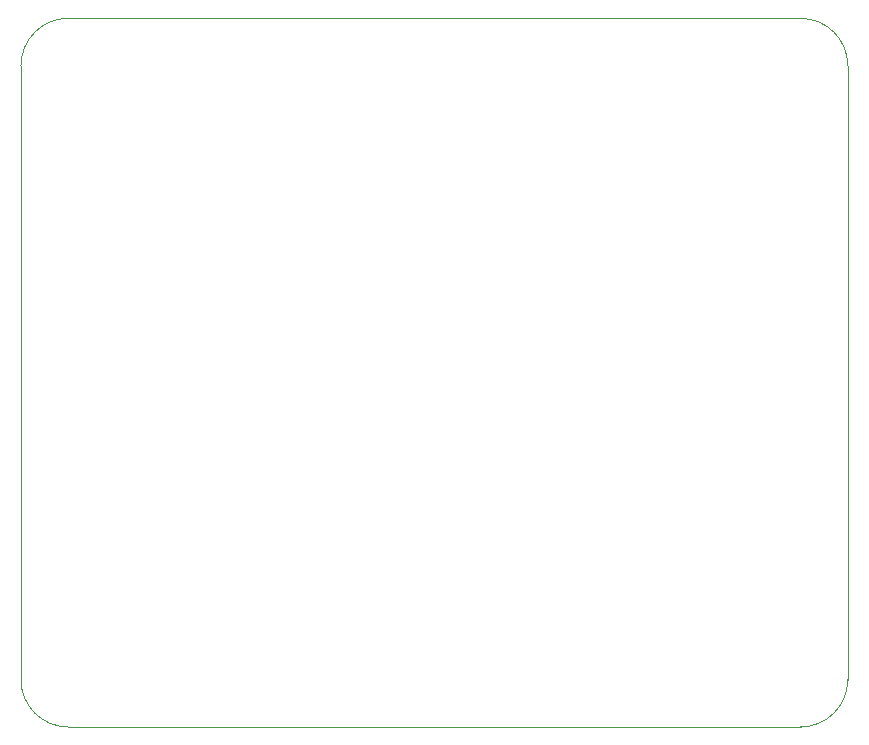
<source format=gbr>
%TF.GenerationSoftware,KiCad,Pcbnew,(5.99.0-10579-g11785b08fe)*%
%TF.CreationDate,2021-05-20T20:29:30+02:00*%
%TF.ProjectId,Mainboard,4d61696e-626f-4617-9264-2e6b69636164,1*%
%TF.SameCoordinates,Original*%
%TF.FileFunction,Profile,NP*%
%FSLAX46Y46*%
G04 Gerber Fmt 4.6, Leading zero omitted, Abs format (unit mm)*
G04 Created by KiCad (PCBNEW (5.99.0-10579-g11785b08fe)) date 2021-05-20 20:29:30*
%MOMM*%
%LPD*%
G01*
G04 APERTURE LIST*
%TA.AperFunction,Profile*%
%ADD10C,0.050000*%
%TD*%
G04 APERTURE END LIST*
D10*
X181000000Y-70000000D02*
X119000000Y-70000000D01*
X119000000Y-130000000D02*
G75*
G02*
X115000000Y-126000000I0J4000000D01*
G01*
X185000000Y-126000000D02*
G75*
G02*
X181000000Y-130000000I-4000000J0D01*
G01*
X115000000Y-74000000D02*
G75*
G02*
X119000000Y-70000000I4000000J0D01*
G01*
X115000000Y-74000000D02*
X115000000Y-126000000D01*
X185000000Y-126000000D02*
X185000000Y-74000000D01*
X119000000Y-130000000D02*
X181000000Y-130000000D01*
X181000000Y-70000000D02*
G75*
G02*
X185000000Y-74000000I0J-4000000D01*
G01*
M02*

</source>
